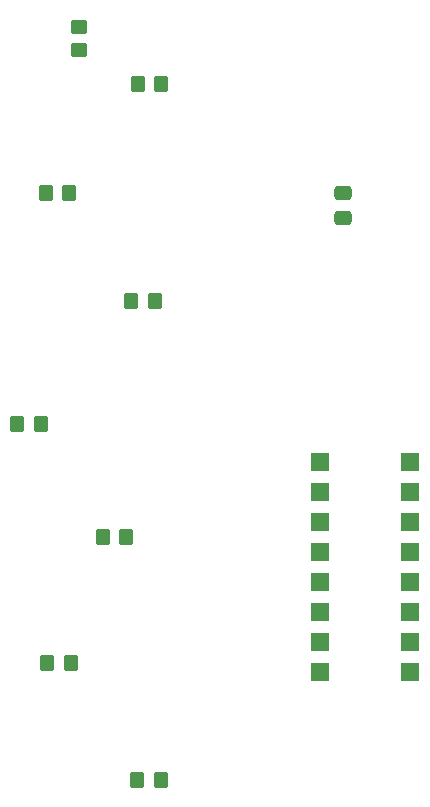
<source format=gbr>
G04 #@! TF.GenerationSoftware,KiCad,Pcbnew,8.0.8*
G04 #@! TF.CreationDate,2025-03-03T22:19:49-06:00*
G04 #@! TF.ProjectId,group13_buttons,67726f75-7031-4335-9f62-7574746f6e73,rev?*
G04 #@! TF.SameCoordinates,Original*
G04 #@! TF.FileFunction,Paste,Top*
G04 #@! TF.FilePolarity,Positive*
%FSLAX46Y46*%
G04 Gerber Fmt 4.6, Leading zero omitted, Abs format (unit mm)*
G04 Created by KiCad (PCBNEW 8.0.8) date 2025-03-03 22:19:49*
%MOMM*%
%LPD*%
G01*
G04 APERTURE LIST*
G04 Aperture macros list*
%AMRoundRect*
0 Rectangle with rounded corners*
0 $1 Rounding radius*
0 $2 $3 $4 $5 $6 $7 $8 $9 X,Y pos of 4 corners*
0 Add a 4 corners polygon primitive as box body*
4,1,4,$2,$3,$4,$5,$6,$7,$8,$9,$2,$3,0*
0 Add four circle primitives for the rounded corners*
1,1,$1+$1,$2,$3*
1,1,$1+$1,$4,$5*
1,1,$1+$1,$6,$7*
1,1,$1+$1,$8,$9*
0 Add four rect primitives between the rounded corners*
20,1,$1+$1,$2,$3,$4,$5,0*
20,1,$1+$1,$4,$5,$6,$7,0*
20,1,$1+$1,$6,$7,$8,$9,0*
20,1,$1+$1,$8,$9,$2,$3,0*%
G04 Aperture macros list end*
%ADD10RoundRect,0.250000X-0.350000X-0.450000X0.350000X-0.450000X0.350000X0.450000X-0.350000X0.450000X0*%
%ADD11RoundRect,0.250000X0.350000X0.450000X-0.350000X0.450000X-0.350000X-0.450000X0.350000X-0.450000X0*%
%ADD12RoundRect,0.250000X-0.450000X0.350000X-0.450000X-0.350000X0.450000X-0.350000X0.450000X0.350000X0*%
%ADD13RoundRect,0.250000X0.475000X-0.337500X0.475000X0.337500X-0.475000X0.337500X-0.475000X-0.337500X0*%
%ADD14R,1.600000X1.600000*%
G04 APERTURE END LIST*
D10*
X163444000Y-181650000D03*
X161444000Y-181650000D03*
D11*
X158523000Y-161076000D03*
X160523000Y-161076000D03*
D10*
X162936000Y-141137000D03*
X160936000Y-141137000D03*
X163460000Y-122722000D03*
X161460000Y-122722000D03*
X155824000Y-171744000D03*
X153824000Y-171744000D03*
D11*
X151284000Y-151551000D03*
X153284000Y-151551000D03*
D10*
X155697000Y-131993000D03*
X153697000Y-131993000D03*
D12*
X156491000Y-119896000D03*
X156491000Y-117896000D03*
D13*
X178843000Y-131993000D03*
X178843000Y-134068000D03*
D14*
X184558000Y-172506000D03*
X184558000Y-169966000D03*
X184558000Y-167426000D03*
X184558000Y-164886000D03*
X184558000Y-162346000D03*
X184558000Y-159806000D03*
X184558000Y-157266000D03*
X184558000Y-154726000D03*
X176938000Y-154726000D03*
X176938000Y-157266000D03*
X176938000Y-159806000D03*
X176938000Y-162346000D03*
X176938000Y-164886000D03*
X176938000Y-167426000D03*
X176938000Y-169966000D03*
X176938000Y-172506000D03*
M02*

</source>
